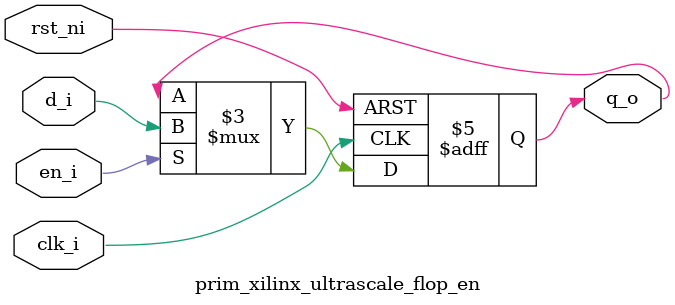
<source format=sv>

`include "prim_assert.sv"

(* DONT_TOUCH = "yes" *)
module prim_xilinx_ultrascale_flop_en #(
  parameter int               Width      = 1,
  // This parmaeter does nothing for prim_xilinx
  parameter bit               EnSecBuf   = 0,
  parameter logic [Width-1:0] ResetValue = 0
) (
  input clk_i,
  input rst_ni,
  input en_i,
  input [Width-1:0] d_i,
  output logic [Width-1:0] q_o
);

  always_ff @(posedge clk_i or negedge rst_ni) begin
    if (!rst_ni) begin
      q_o <= ResetValue;
    end else if (en_i) begin
      q_o <= d_i;
    end
  end

endmodule

</source>
